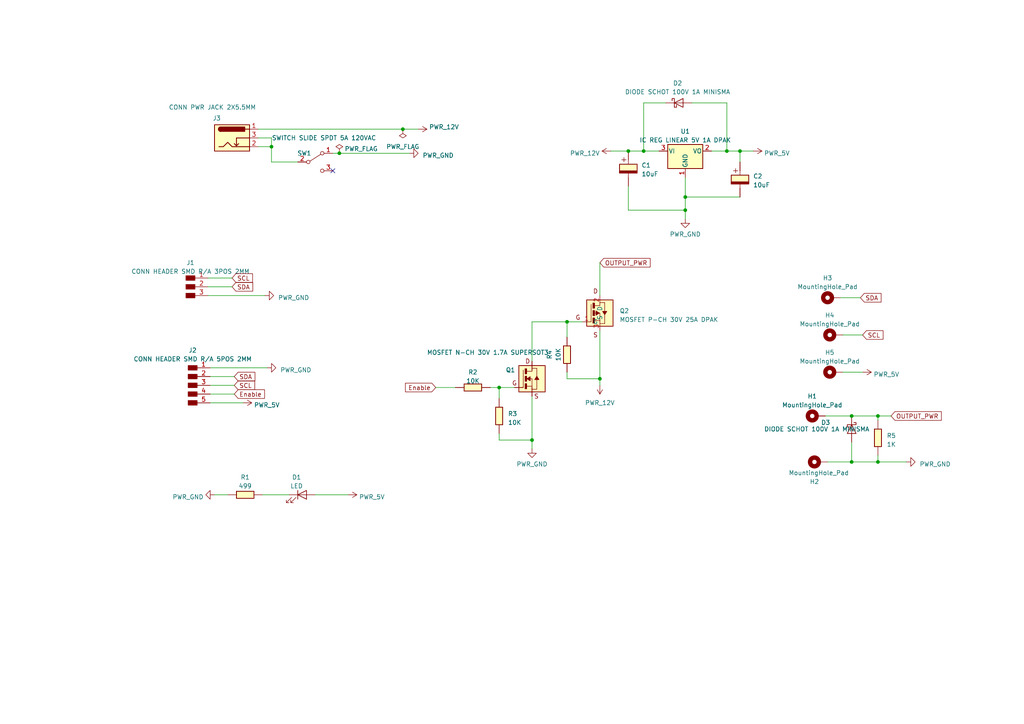
<source format=kicad_sch>
(kicad_sch (version 20230121) (generator eeschema)
  (paper "A4")
  (lib_symbols
    (symbol "Mechanical:MountingHole_Pad" (pin_numbers hide) (pin_names (offset 1.016) hide)
      (property "Reference" "H" (at 0 6.35 0))
      (property "Value" "MountingHole_Pad" (at 0 4.445 0))
      (symbol "MountingHole_Pad_0_1"
        (circle (center 0 1.27) (radius 1.27) (stroke (width 1.27)))
      )
      (symbol "MountingHole_Pad_1_1"
        (pin input line (at 0 -2.54 90) (length 2.54) (name "1") (number "1"))
      )
    )
    (symbol "Regulator_Linear:NCP1117-5.0_TO252" (pin_names (offset 0.254))
      (property "Reference" "U" (at -3.81 3.175 0))
      (property "Value" "NCP1117-5.0_TO252" (at 0 3.175 0))
      (symbol "NCP1117-5.0_TO252_0_1"
        (rectangle (start -5.08 1.905) (end 5.08 -5.08) (stroke (width 0.254)) (fill (type background)))
      )
      (symbol "NCP1117-5.0_TO252_1_1"
        (pin power_in line (at 0 -7.62 90) (length 2.54) (name "GND") (number "1"))
        (pin power_out line (at 7.62 0 180) (length 2.54) (name "VO") (number "2"))
        (pin power_in line (at -7.62 0 0) (length 2.54) (name "VI") (number "3"))
      )
    )
    (symbol "Transistor_FET:NTD25P03L"
      (property "Reference" "Q" (at -3.81 6.35 0))
      (property "Value" "MOSFET P-CH 30V 25A DPAK" (at 0 0 0))
      (symbol "NTD25P03L_0_0"
        (rectangle (start -3.81 3.81) (end 3.81 -3.81) (stroke (width 0.254)) (fill (type background)))
        (text "D" (at -1.27 6.35 0) (effects (font (size 1.27 1.27))))
        (text "G" (at -6.35 -1.27 0) (effects (font (size 1.27 1.27))))
        (text "S" (at -1.27 -6.35 0) (effects (font (size 1.27 1.27))))
      )
      (symbol "NTD25P03L_1_0"
        (polyline (pts (xy -2.54 -2.54) (xy -2.54 2.54)))
        (polyline (pts (xy -1.651 0) (xy 0 0)))
        (polyline (pts (xy -1.524 -2.159) (xy 0 -2.159)))
        (polyline (pts (xy -1.524 2.159) (xy 0 2.159)))
        (polyline (pts (xy 0 -2.159) (xy 0 -2.54)))
        (polyline (pts (xy 0 0) (xy 0 -2.159)))
        (polyline (pts (xy 0 2.159) (xy 0 2.54)))
        (polyline (pts (xy 0 3.048) (xy 1.397 3.048)))
        (polyline (pts (xy 1.397 -3.048) (xy 0 -3.048)))
        (polyline (pts (xy 1.397 -0.508) (xy 1.397 -3.048)))
        (polyline (pts (xy 1.397 3.048) (xy 1.397 0.381)))
      )
      (symbol "NTD25P03L_1_1"
        (rectangle (start -2.032 -2.921) (end -1.524 -1.397) (fill (type outline)))
        (rectangle (start -2.032 -0.762) (end -1.524 0.762) (fill (type outline)))
        (rectangle (start -2.032 1.397) (end -1.524 2.921) (fill (type outline)))
        (polyline (pts (xy -0.127 0) (xy -1.143 -0.635) (xy -1.143 -0.635) (xy -1.143 0.635) (xy -1.143 0.635) (xy -0.127 0)) (fill (type outline)))
        (polyline (pts (xy 1.397 -0.508) (xy 0.762 0.508) (xy 0.762 0.508) (xy 2.032 0.508) (xy 2.032 0.508) (xy 1.397 -0.508)) (fill (type outline)))
        (pin passive line (at -5.08 -2.54 0) (length 2.54) (name "G") (number "1"))
        (pin passive line (at 0 5.08 270) (length 2.54) (name "D") (number "2"))
        (pin passive line (at 0 -5.08 90) (length 2.54) (name "S") (number "3"))
      )
    )
    (symbol "fab:CP_Elec_D6.3mm_H6.1mm" (pin_numbers hide)
      (property "Reference" "C" (at 1.27 2.54 0))
      (property "Value" "CP_Elec_D6.3mm_H6.1mm" (at 1.27 -2.54 0))
      (symbol "CP_Elec_D6.3mm_H6.1mm_0_1"
        (rectangle (start -2.54 -0.635) (end 2.54 -1.27) (fill (type outline)))
        (polyline (pts (xy -1.27 1.905) (xy -1.27 3.175)))
        (polyline (pts (xy -0.635 2.54) (xy -1.905 2.54)))
        (polyline (pts (xy 0 -1.27) (xy 0 -2.54)))
        (polyline (pts (xy 0 2.54) (xy 0 1.27)))
        (polyline (pts (xy -2.54 -1.27) (xy -2.54 1.27) (xy 2.54 1.27) (xy 2.54 -1.27) (xy -2.54 -1.27)) (stroke (width 0.254)) (fill (type background)))
      )
      (symbol "CP_Elec_D6.3mm_H6.1mm_1_1"
        (pin passive line (at 0 5.08 270) (length 2.54) (name "~") (number "1"))
        (pin passive line (at 0 -5.08 90) (length 2.54) (name "~") (number "2"))
      )
    )
    (symbol "fab:Conn_PWRJack_2x5.5mm_CUIDevices_PJ-002AH-SMT-TR" (pin_names hide)
      (property "Reference" "J" (at 0 5.334 0))
      (property "Value" "Conn_PWRJack_2x5.5mm_CUIDevices_PJ-002AH-SMT-TR" (at 0 -5.08 0))
      (symbol "Conn_PWRJack_2x5.5mm_CUIDevices_PJ-002AH-SMT-TR_0_1"
        (rectangle (start -5.08 3.81) (end 5.08 -3.81) (stroke (width 0.254)) (fill (type background)))
        (arc (start -3.302 3.175) (mid -3.9343 2.54) (end -3.302 1.905) (stroke (width 0.254)))
        (arc (start -3.302 3.175) (mid -3.9343 2.54) (end -3.302 1.905) (stroke (width 0.254)) (fill (type outline)))
        (polyline (pts (xy 1.27 -2.286) (xy 1.905 -1.651)) (stroke (width 0.254)))
        (polyline (pts (xy 5.08 2.54) (xy 3.81 2.54)) (stroke (width 0.254)))
        (polyline (pts (xy 5.08 0) (xy 1.27 0) (xy 1.27 -2.286) (xy 0.635 -1.651)) (stroke (width 0.254)))
        (polyline (pts (xy -3.81 -2.54) (xy -2.54 -2.54) (xy -1.27 -1.27) (xy 0 -2.54) (xy 2.54 -2.54) (xy 5.08 -2.54)) (stroke (width 0.254)))
        (rectangle (start 3.683 3.175) (end -3.302 1.905) (stroke (width 0.254)) (fill (type outline)))
      )
      (symbol "Conn_PWRJack_2x5.5mm_CUIDevices_PJ-002AH-SMT-TR_1_1"
        (pin passive line (at 7.62 2.54 180) (length 2.54) (name "~") (number "1"))
        (pin passive line (at 7.62 -2.54 180) (length 2.54) (name "~") (number "2"))
        (pin passive line (at 7.62 0 180) (length 2.54) (name "~") (number "3"))
      )
    )
    (symbol "fab:Conn_PinHeader_1x03_P2.54mm_Vertical_THT_D1.4mm" (pin_names hide)
      (property "Reference" "J" (at 0 5.08 0))
      (property "Value" "Conn_PinHeader_1x03_P2.54mm_Vertical_THT_D1.4mm" (at 0 -5.08 0))
      (symbol "Conn_PinHeader_1x03_P2.54mm_Vertical_THT_D1.4mm_1_1"
        (rectangle (start -1.27 -1.905) (end 1.27 -3.175) (stroke (width 0.254)) (fill (type outline)))
        (rectangle (start -1.27 0.635) (end 1.27 -0.635) (stroke (width 0.254)) (fill (type outline)))
        (rectangle (start -1.27 3.175) (end 1.27 1.905) (stroke (width 0.254)) (fill (type outline)))
        (pin passive line (at 5.08 2.54 180) (length 3.81) (name "Pin_1") (number "1"))
        (pin passive line (at 5.08 0 180) (length 3.81) (name "Pin_2") (number "2"))
        (pin passive line (at 5.08 -2.54 180) (length 3.81) (name "Pin_3") (number "3"))
      )
    )
    (symbol "fab:Conn_PinHeader_1x05_P2.54mm_Horizontal_SMD" (pin_names hide)
      (property "Reference" "J" (at 0 7.62 0))
      (property "Value" "Conn_PinHeader_1x05_P2.54mm_Horizontal_SMD" (at 0 -7.62 0))
      (symbol "Conn_PinHeader_1x05_P2.54mm_Horizontal_SMD_1_1"
        (rectangle (start -1.27 -4.445) (end 1.27 -5.715) (stroke (width 0.254)) (fill (type outline)))
        (rectangle (start -1.27 -1.905) (end 1.27 -3.175) (stroke (width 0.254)) (fill (type outline)))
        (rectangle (start -1.27 0.635) (end 1.27 -0.635) (stroke (width 0.254)) (fill (type outline)))
        (rectangle (start -1.27 3.175) (end 1.27 1.905) (stroke (width 0.254)) (fill (type outline)))
        (rectangle (start -1.27 5.715) (end 1.27 4.445) (stroke (width 0.254)) (fill (type outline)))
        (pin passive line (at 5.08 5.08 180) (length 3.81) (name "Pin_1") (number "1"))
        (pin passive line (at 5.08 2.54 180) (length 3.81) (name "Pin_2") (number "2"))
        (pin passive line (at 5.08 0 180) (length 3.81) (name "Pin_3") (number "3"))
        (pin passive line (at 5.08 -2.54 180) (length 3.81) (name "Pin_4") (number "4"))
        (pin passive line (at 5.08 -5.08 180) (length 3.81) (name "Pin_5") (number "5"))
      )
    )
    (symbol "fab:Diode_Schottky_MiniSMA" (pin_numbers hide) (pin_names (offset 1.016) hide)
      (property "Reference" "D" (at 0 2.54 0))
      (property "Value" "Diode_Schottky_MiniSMA" (at 0 -2.54 0))
      (symbol "Diode_Schottky_MiniSMA_0_1"
        (polyline (pts (xy 1.27 0) (xy -1.27 0)))
        (polyline (pts (xy 1.27 1.27) (xy 1.27 -1.27) (xy -1.27 0) (xy 1.27 1.27)) (stroke (width 0.2032)))
        (polyline (pts (xy -1.905 0.635) (xy -1.905 1.27) (xy -1.27 1.27) (xy -1.27 -1.27) (xy -0.635 -1.27) (xy -0.635 -0.635)) (stroke (width 0.2032)))
      )
      (symbol "Diode_Schottky_MiniSMA_1_1"
        (pin passive line (at -3.81 0 0) (length 2.54) (name "K") (number "1"))
        (pin passive line (at 3.81 0 180) (length 2.54) (name "A") (number "2"))
      )
    )
    (symbol "fab:LED_1206" (pin_numbers hide) (pin_names (offset 1.016) hide)
      (property "Reference" "D" (at 0 2.54 0))
      (property "Value" "LED_1206" (at 0 -2.54 0))
      (symbol "LED_1206_0_1"
        (polyline (pts (xy -1.27 -1.27) (xy -1.27 1.27)) (stroke (width 0.2032)))
        (polyline (pts (xy -1.27 0) (xy 1.27 0)))
        (polyline (pts (xy 1.27 -1.27) (xy 1.27 1.27) (xy -1.27 0) (xy 1.27 -1.27)) (stroke (width 0.2032)))
        (polyline (pts (xy -3.048 -0.762) (xy -4.572 -2.286) (xy -3.81 -2.286) (xy -4.572 -2.286) (xy -4.572 -1.524)))
        (polyline (pts (xy -1.778 -0.762) (xy -3.302 -2.286) (xy -2.54 -2.286) (xy -3.302 -2.286) (xy -3.302 -1.524)))
      )
      (symbol "LED_1206_1_1"
        (pin passive line (at -3.81 0 0) (length 2.54) (name "K") (number "1"))
        (pin passive line (at 3.81 0 180) (length 2.54) (name "A") (number "2"))
      )
    )
    (symbol "fab:PWR_12V" (power) (pin_names (offset 0))
      (property "Value" "PWR_12V" (at 0 3.556 0))
      (symbol "PWR_12V_0_1"
        (polyline (pts (xy -0.762 1.27) (xy 0 2.54)))
        (polyline (pts (xy 0 0) (xy 0 2.54)))
        (polyline (pts (xy 0 2.54) (xy 0.762 1.27)))
      )
      (symbol "PWR_12V_1_1"
        (pin power_in line (at 0 0 90) (length 0) hide (name "PWR_12V") (number "1"))
      )
    )
    (symbol "fab:PWR_5V" (power) (pin_names (offset 0))
      (property "Value" "PWR_5V" (at 0 3.556 0))
      (symbol "PWR_5V_0_1"
        (polyline (pts (xy -0.762 1.27) (xy 0 2.54)))
        (polyline (pts (xy 0 0) (xy 0 2.54)))
        (polyline (pts (xy 0 2.54) (xy 0.762 1.27)))
      )
      (symbol "PWR_5V_1_1"
        (pin power_in line (at 0 0 90) (length 0) hide (name "PWR_5V") (number "1"))
      )
    )
    (symbol "fab:PWR_FLAG" (power) (pin_numbers hide) (pin_names (offset 0) hide)
      (property "Value" "PWR_FLAG" (at 0 3.81 0))
      (symbol "PWR_FLAG_0_0"
        (pin power_out line (at 0 0 90) (length 0) (name "PWR_FLAG") (number "1"))
      )
      (symbol "PWR_FLAG_0_1"
        (polyline (pts (xy 0 0) (xy 0 1.27) (xy -1.016 1.905) (xy 0 2.54) (xy 1.016 1.905) (xy 0 1.27)))
      )
    )
    (symbol "fab:PWR_GND" (power) (pin_names (offset 0))
      (property "Value" "PWR_GND" (at 0 -3.81 0))
      (symbol "PWR_GND_0_1"
        (polyline (pts (xy 0 0) (xy 0 -1.27) (xy 1.27 -1.27) (xy 0 -2.54) (xy -1.27 -1.27) (xy 0 -1.27)))
      )
      (symbol "PWR_GND_1_1"
        (pin power_in line (at 0 0 270) (length 0) hide (name "PWR_GND") (number "1"))
      )
    )
    (symbol "fab:R_1206" (pin_numbers hide) (pin_names (offset 0))
      (property "Reference" "R" (at 2.54 0 90))
      (property "Value" "R_1206" (at -2.54 0 90))
      (symbol "R_1206_0_1"
        (rectangle (start -1.016 -2.54) (end 1.016 2.54) (stroke (width 0.254)) (fill (type background)))
      )
      (symbol "R_1206_1_1"
        (pin passive line (at 0 5.08 270) (length 2.54) (name "~") (number "1"))
        (pin passive line (at 0 -5.08 90) (length 2.54) (name "~") (number "2"))
      )
    )
    (symbol "fab:Switch_Slide_RightAngle_C&K" (pin_names (offset 0) hide)
      (property "Reference" "SW" (at 0 4.318 0))
      (property "Value" "Switch_Slide_RightAngle_C&K" (at 0 -5.08 0))
      (symbol "Switch_Slide_RightAngle_C&K_0_0"
        (circle (center -2.032 0) (radius 0.508))
        (circle (center 2.032 -2.54) (radius 0.508))
      )
      (symbol "Switch_Slide_RightAngle_C&K_0_1"
        (polyline (pts (xy -1.524 0.254) (xy 1.651 2.286)))
        (circle (center 2.032 2.54) (radius 0.508))
      )
      (symbol "Switch_Slide_RightAngle_C&K_1_1"
        (pin passive line (at 5.08 2.54 180) (length 2.54) (name "A") (number "1"))
        (pin passive line (at -5.08 0 0) (length 2.54) (name "B") (number "2"))
        (pin passive line (at 5.08 -2.54 180) (length 2.54) (name "C") (number "3"))
      )
    )
    (symbol "fab:Transistor_MOSFET_NCh_SOT23" (pin_numbers hide) (pin_names (offset 1.016) hide)
      (property "Reference" "Q" (at 1.27 7.62 0))
      (property "Value" "Transistor_MOSFET_NCh_SOT23" (at 1.27 5.08 0))
      (symbol "Transistor_MOSFET_NCh_SOT23_0_1"
        (rectangle (start -3.81 3.81) (end 3.81 -3.81) (stroke (width 0.254)) (fill (type background)))
      )
      (symbol "Transistor_MOSFET_NCh_SOT23_1_0"
        (polyline (pts (xy -2.54 -2.54) (xy -2.54 2.54)))
        (polyline (pts (xy -1.524 -2.159) (xy 0 -2.159)))
        (polyline (pts (xy -1.524 2.159) (xy 0 2.159)))
        (polyline (pts (xy -0.508 0) (xy 0 0)))
        (polyline (pts (xy 0 -2.159) (xy 0 -2.54)))
        (polyline (pts (xy 0 0) (xy 0 -2.159)))
        (polyline (pts (xy 0 2.159) (xy 0 2.54)))
        (polyline (pts (xy 0 3.048) (xy 1.397 3.048)))
        (polyline (pts (xy 1.397 -3.048) (xy 0 -3.048)))
        (polyline (pts (xy 1.397 -0.254) (xy 1.397 -3.048)))
        (polyline (pts (xy 1.397 3.048) (xy 1.397 0.762)))
        (text "D" (at -1.27 5.08 0) (effects (font (size 1.27 1.27))))
        (text "G" (at -5.08 -1.27 0) (effects (font (size 1.27 1.27))))
        (text "S" (at 1.27 -5.08 0) (effects (font (size 1.27 1.27))))
      )
      (symbol "Transistor_MOSFET_NCh_SOT23_1_1"
        (rectangle (start -2.032 -2.921) (end -1.524 -1.397) (fill (type outline)))
        (rectangle (start -2.032 -0.762) (end -1.524 0.762) (fill (type outline)))
        (rectangle (start -2.032 1.397) (end -1.524 2.921) (fill (type outline)))
        (polyline (pts (xy -1.524 0) (xy -0.508 0.635) (xy -0.508 0.635) (xy -0.508 -0.635) (xy -0.508 -0.635) (xy -1.524 0)) (fill (type outline)))
        (polyline (pts (xy 1.397 0.762) (xy 2.032 -0.254) (xy 2.032 -0.254) (xy 0.762 -0.254) (xy 0.762 -0.254) (xy 1.397 0.762)) (fill (type outline)))
        (pin passive line (at -5.08 -2.54 0) (length 2.54) (name "G") (number "1"))
        (pin passive line (at 0 -5.08 90) (length 2.54) (name "S") (number "2"))
        (pin passive line (at 0 5.08 270) (length 2.54) (name "D") (number "3"))
      )
    )
  )
  (junction (at 247.015 120.65))
  (junction (at 144.78 112.395))
  (junction (at 98.425 44.45))
  (junction (at 173.99 109.855))
  (junction (at 254.635 133.985))
  (junction (at 154.305 127.635))
  (junction (at 247.015 133.985))
  (junction (at 214.63 43.815))
  (junction (at 116.84 37.465))
  (junction (at 210.82 43.815))
  (junction (at 198.755 60.96))
  (junction (at 182.245 43.815))
  (junction (at 198.755 57.15))
  (junction (at 186.69 43.815))
  (junction (at 164.465 93.345))
  (junction (at 254.635 120.65))
  (junction (at 78.74 42.545))
  (no_connect (at 96.52 49.53))
  (wire (pts (xy 243.84 86.36) (xy 249.555 86.36)))
  (wire (pts (xy 193.04 29.845) (xy 186.69 29.845)))
  (wire (pts (xy 173.99 76.2) (xy 173.99 85.725)))
  (wire (pts (xy 78.74 40.005) (xy 78.74 42.545)))
  (wire (pts (xy 254.635 120.65) (xy 254.635 121.92)))
  (wire (pts (xy 182.245 43.815) (xy 186.69 43.815)))
  (wire (pts (xy 96.52 44.45) (xy 98.425 44.45)))
  (wire (pts (xy 98.425 44.45) (xy 118.745 44.45)))
  (wire (pts (xy 74.93 42.545) (xy 78.74 42.545)))
  (wire (pts (xy 198.755 60.96) (xy 198.755 63.5)))
  (wire (pts (xy 78.74 46.99) (xy 78.74 42.545)))
  (wire (pts (xy 214.63 43.815) (xy 218.44 43.815)))
  (wire (pts (xy 62.23 143.51) (xy 66.04 143.51)))
  (wire (pts (xy 74.93 37.465) (xy 116.84 37.465)))
  (wire (pts (xy 164.465 93.345) (xy 168.91 93.345)))
  (wire (pts (xy 60.96 106.68) (xy 77.47 106.68)))
  (wire (pts (xy 142.24 112.395) (xy 144.78 112.395)))
  (wire (pts (xy 144.78 127.635) (xy 154.305 127.635)))
  (wire (pts (xy 210.82 29.845) (xy 210.82 43.815)))
  (wire (pts (xy 240.03 133.985) (xy 247.015 133.985)))
  (wire (pts (xy 247.015 120.65) (xy 254.635 120.65)))
  (wire (pts (xy 144.78 112.395) (xy 144.78 115.57)))
  (wire (pts (xy 210.82 43.815) (xy 214.63 43.815)))
  (wire (pts (xy 173.99 111.76) (xy 173.99 109.855)))
  (wire (pts (xy 154.305 93.345) (xy 164.465 93.345)))
  (wire (pts (xy 247.015 128.27) (xy 247.015 133.985)))
  (wire (pts (xy 126.365 112.395) (xy 132.08 112.395)))
  (wire (pts (xy 164.465 93.345) (xy 164.465 97.79)))
  (wire (pts (xy 164.465 109.855) (xy 173.99 109.855)))
  (wire (pts (xy 182.245 60.96) (xy 198.755 60.96)))
  (wire (pts (xy 154.305 127.635) (xy 154.305 130.175)))
  (wire (pts (xy 144.78 125.73) (xy 144.78 127.635)))
  (wire (pts (xy 254.635 132.08) (xy 254.635 133.985)))
  (wire (pts (xy 200.66 29.845) (xy 210.82 29.845)))
  (wire (pts (xy 239.395 120.65) (xy 247.015 120.65)))
  (wire (pts (xy 186.69 29.845) (xy 186.69 43.815)))
  (wire (pts (xy 198.755 57.15) (xy 198.755 60.96)))
  (wire (pts (xy 214.63 43.815) (xy 214.63 46.99)))
  (wire (pts (xy 177.165 43.815) (xy 182.245 43.815)))
  (wire (pts (xy 116.84 37.465) (xy 121.285 37.465)))
  (wire (pts (xy 60.325 83.185) (xy 67.31 83.185)))
  (wire (pts (xy 186.69 43.815) (xy 191.135 43.815)))
  (wire (pts (xy 144.78 112.395) (xy 149.225 112.395)))
  (wire (pts (xy 60.96 111.76) (xy 67.945 111.76)))
  (wire (pts (xy 198.755 57.15) (xy 214.63 57.15)))
  (wire (pts (xy 164.465 107.95) (xy 164.465 109.855)))
  (wire (pts (xy 91.44 143.51) (xy 100.965 143.51)))
  (wire (pts (xy 173.99 109.855) (xy 173.99 95.885)))
  (wire (pts (xy 206.375 43.815) (xy 210.82 43.815)))
  (wire (pts (xy 154.305 104.775) (xy 154.305 93.345)))
  (wire (pts (xy 244.475 97.155) (xy 250.19 97.155)))
  (wire (pts (xy 60.96 116.84) (xy 70.485 116.84)))
  (wire (pts (xy 244.475 107.95) (xy 250.19 107.95)))
  (wire (pts (xy 254.635 133.985) (xy 262.89 133.985)))
  (wire (pts (xy 74.93 40.005) (xy 78.74 40.005)))
  (wire (pts (xy 198.755 51.435) (xy 198.755 57.15)))
  (wire (pts (xy 60.96 114.3) (xy 67.945 114.3)))
  (wire (pts (xy 60.325 80.645) (xy 67.31 80.645)))
  (wire (pts (xy 182.245 53.975) (xy 182.245 60.96)))
  (wire (pts (xy 76.2 143.51) (xy 83.82 143.51)))
  (wire (pts (xy 60.96 109.22) (xy 67.945 109.22)))
  (wire (pts (xy 247.015 133.985) (xy 254.635 133.985)))
  (wire (pts (xy 60.325 85.725) (xy 76.835 85.725)))
  (wire (pts (xy 154.305 114.935) (xy 154.305 127.635)))
  (wire (pts (xy 254.635 120.65) (xy 258.445 120.65)))
  (wire (pts (xy 86.36 46.99) (xy 78.74 46.99)))
  (global_label "SCL" (shape input) (at 250.19 97.155 0) (property "Intersheetrefs" "${INTERSHEET_REFS}" (effects hide)))
  (global_label "SCL" (shape input) (at 67.31 80.645 0) (property "Intersheetrefs" "${INTERSHEET_REFS}" (effects hide)))
  (global_label "SCL" (shape input) (at 67.945 111.76 0) (property "Intersheetrefs" "${INTERSHEET_REFS}" (effects hide)))
  (global_label "OUTPUT_PWR" (shape input) (at 258.445 120.65 0) (property "Intersheetrefs" "${INTERSHEET_REFS}" (effects hide)))
  (global_label "SDA" (shape input) (at 67.31 83.185 0) (property "Intersheetrefs" "${INTERSHEET_REFS}" (effects hide)))
  (global_label "SDA" (shape input) (at 249.555 86.36 0) (property "Intersheetrefs" "${INTERSHEET_REFS}" (effects hide)))
  (global_label "SDA" (shape input) (at 67.945 109.22 0) (property "Intersheetrefs" "${INTERSHEET_REFS}" (effects hide)))
  (global_label "Enable" (shape input) (at 126.365 112.395 180) (property "Intersheetrefs" "${INTERSHEET_REFS}" (effects hide)))
  (global_label "OUTPUT_PWR" (shape input) (at 173.99 76.2 0) (property "Intersheetrefs" "${INTERSHEET_REFS}" (effects hide)))
  (global_label "Enable" (shape input) (at 67.945 114.3 0) (property "Intersheetrefs" "${INTERSHEET_REFS}" (effects hide)))
  (symbol (lib_id "fab:PWR_12V") (at 173.99 111.76 180) (unit 1)
    (property "Reference" "#PWR09" (effects hide))
    (property "Value" "PWR_12V" (at 173.99 116.84 0))
  )
  (symbol (lib_id "fab:PWR_5V") (at 100.965 143.51 270) (unit 1)
    (property "Reference" "#PWR05" (effects hide))
    (property "Value" "PWR_5V" (at 104.14 144.145 90) (effects (justify left)))
  )
  (symbol (lib_id "fab:LED_1206") (at 87.63 143.51 0) (unit 1)
    (property "Reference" "D1" (at 86.0298 138.43 0))
    (property "Value" "LED" (at 86.0298 140.97 0))
    (property "Footprint" "LED_SMD:LED_0805_2012Metric_Pad1.15x1.40mm_HandSolder" (effects hide))
    (property "Datasheet" "https://mm.digikey.com/Volume0/opasdata/d220001/medias/docus/1134/LTST-C171GKT.pdf" (effects hide))
    (property "Mpn" "LTST-C171GKT" (effects hide))
  )
  (symbol (lib_id "fab:PWR_GND") (at 62.23 143.51 270) (unit 1)
    (property "Reference" "#PWR01" (effects hide))
    (property "Value" "PWR_GND" (at 59.055 144.145 90) (effects (justify right)))
  )
  (symbol (lib_id "fab:PWR_12V") (at 121.285 37.465 270) (unit 1)
    (property "Reference" "#PWR07" (effects hide))
    (property "Value" "PWR_12V" (at 124.46 36.83 90) (effects (justify left)))
  )
  (symbol (lib_id "fab:R_1206") (at 137.16 112.395 90) (unit 1)
    (property "Reference" "R2" (at 137.16 107.95 90))
    (property "Value" "10K" (at 137.16 110.49 90))
    (property "Footprint" "Resistor_SMD:R_0805_2012Metric_Pad1.20x1.40mm_HandSolder" (effects hide))
    (property "Datasheet" "https://www.koaspeer.com/pdfs/RK73H.pdf" (effects hide))
    (property "Mpn" "RK73H2ATTD1002F" (effects hide))
  )
  (symbol (lib_id "fab:Diode_Schottky_MiniSMA") (at 196.85 29.845 0) (unit 1)
    (property "Reference" "D2" (at 196.5325 24.13 0))
    (property "Value" "DIODE SCHOT 100V 1A MINISMA" (at 196.5325 26.67 0))
    (property "Footprint" "fab:SOD-123T" (effects hide))
    (property "Datasheet" "https://www.comchiptech.com/admin/files/product/CDBM140-HF%20Thru%20CDBM1200-HF%20RevC.pdf" (effects hide))
    (property "Mpn" "CDBM1100-G" (effects hide))
  )
  (symbol (lib_id "fab:PWR_FLAG") (at 116.84 37.465 180) (unit 1)
    (property "Reference" "#FLG02" (effects hide))
    (property "Value" "PWR_FLAG" (at 116.84 42.545 0))
  )
  (symbol (lib_id "fab:CP_Elec_D6.3mm_H6.1mm") (at 214.63 52.07 0) (unit 1)
    (property "Reference" "C2" (at 218.44 51.1175 0) (effects (justify left)))
    (property "Value" "10uF" (at 218.44 53.6575 0) (effects (justify left)))
    (property "Footprint" "Capacitor_SMD:CP_Elec_5x5.4" (effects hide))
    (property "Datasheet" "https://www.we-online.com/components/products/datasheet/865080642006.pdf" (effects hide))
    (property "Mpn" "865080642006" (effects hide))
  )
  (symbol (lib_id "fab:R_1206") (at 71.12 143.51 90) (unit 1)
    (property "Reference" "R1" (at 71.12 138.43 90))
    (property "Value" "499" (at 71.12 140.97 90))
    (property "Footprint" "Resistor_SMD:R_0805_2012Metric_Pad1.20x1.40mm_HandSolder" (effects hide))
    (property "Datasheet" "https://www.koaspeer.com/pdfs/RK73H.pdf" (effects hide))
    (property "Mpn" "RK73H2ATTD4990F" (effects hide))
  )
  (symbol (lib_id "fab:PWR_5V") (at 218.44 43.815 270) (unit 1)
    (property "Reference" "#PWR012" (effects hide))
    (property "Value" "PWR_5V" (at 221.615 44.45 90) (effects (justify left)))
  )
  (symbol (lib_id "fab:PWR_GND") (at 154.305 130.175 0) (unit 1)
    (property "Reference" "#PWR08" (effects hide))
    (property "Value" "PWR_GND" (at 154.305 134.62 0))
  )
  (symbol (lib_id "fab:Conn_PWRJack_2x5.5mm_CUIDevices_PJ-002AH-SMT-TR") (at 67.31 40.005 0) (unit 1)
    (property "Reference" "J3" (at 62.865 34.29 0))
    (property "Value" "CONN PWR JACK 2X5.5MM" (at 61.595 31.115 0))
    (property "Footprint" "fab:CUIDevices_PJ-002AH-SMT-TR_PWRJack_2x5.5mm" (effects hide))
    (property "Datasheet" "https://www.cuidevices.com/product/resource/pj-002ah-smt-tr.pdf" (effects hide))
    (property "Mpn" "PJ-002AH-SMT-TR" (effects hide))
  )
  (symbol (lib_id "Mechanical:MountingHole_Pad") (at 236.855 120.65 90) (unit 1)
    (property "Reference" "H1" (at 235.585 114.935 90))
    (property "Value" "MountingHole_Pad" (at 235.585 117.475 90))
    (property "Footprint" "MountingHole:MountingHole_2.5mm_Pad" (effects hide))
  )
  (symbol (lib_id "fab:R_1206") (at 144.78 120.65 180) (unit 1)
    (property "Reference" "R3" (at 147.32 120.015 0) (effects (justify right)))
    (property "Value" "10K" (at 147.32 122.555 0) (effects (justify right)))
    (property "Footprint" "Resistor_SMD:R_0805_2012Metric_Pad1.20x1.40mm_HandSolder" (effects hide))
    (property "Datasheet" "https://www.koaspeer.com/pdfs/RK73H.pdf" (effects hide))
    (property "Mpn" "RK73H2ATTD1002F" (effects hide))
  )
  (symbol (lib_id "fab:PWR_GND") (at 76.835 85.725 90) (unit 1)
    (property "Reference" "#PWR03" (effects hide))
    (property "Value" "PWR_GND" (at 80.645 86.36 90) (effects (justify right)))
  )
  (symbol (lib_id "fab:Transistor_MOSFET_NCh_SOT23") (at 154.305 109.855 0) (unit 1)
    (property "Reference" "Q1" (at 146.685 107.315 0) (effects (justify left)))
    (property "Value" "MOSFET N-CH 30V 1.7A SUPERSOT3" (at 123.825 102.235 0) (effects (justify left)))
    (property "Footprint" "fab:SOT-23-3" (effects hide))
    (property "Datasheet" "https://rocelec.widen.net/view/pdf/fihpylmww4/FAIRS27043-1.pdf?t.download=true&u=5oefqw" (effects hide))
    (property "Mpn" "NDS355AN" (effects hide))
  )
  (symbol (lib_id "fab:PWR_GND") (at 198.755 63.5 0) (unit 1)
    (property "Reference" "#PWR011" (effects hide))
    (property "Value" "PWR_GND" (at 198.755 67.945 0))
  )
  (symbol (lib_id "Mechanical:MountingHole_Pad") (at 241.935 107.95 90) (unit 1)
    (property "Reference" "H5" (at 240.665 102.235 90))
    (property "Value" "MountingHole_Pad" (at 240.665 104.775 90))
    (property "Footprint" "MountingHole:MountingHole_2.5mm_Pad" (effects hide))
  )
  (symbol (lib_id "Mechanical:MountingHole_Pad") (at 241.3 86.36 90) (unit 1)
    (property "Reference" "H3" (at 240.03 80.645 90))
    (property "Value" "MountingHole_Pad" (at 240.03 83.185 90))
    (property "Footprint" "MountingHole:MountingHole_2.5mm_Pad" (effects hide))
  )
  (symbol (lib_id "fab:PWR_GND") (at 262.89 133.985 90) (unit 1)
    (property "Reference" "#PWR014" (effects hide))
    (property "Value" "PWR_GND" (at 266.7 134.62 90) (effects (justify right)))
  )
  (symbol (lib_id "Mechanical:MountingHole_Pad") (at 237.49 133.985 90) (unit 1)
    (property "Reference" "H2" (at 236.22 139.7 90))
    (property "Value" "MountingHole_Pad" (at 237.49 137.16 90))
    (property "Footprint" "MountingHole:MountingHole_2.5mm_Pad" (effects hide))
  )
  (symbol (lib_id "fab:PWR_5V") (at 250.19 107.95 270) (unit 1)
    (property "Reference" "#PWR013" (effects hide))
    (property "Value" "PWR_5V" (at 253.365 108.585 90) (effects (justify left)))
  )
  (symbol (lib_id "fab:PWR_5V") (at 70.485 116.84 270) (unit 1)
    (property "Reference" "#PWR02" (effects hide))
    (property "Value" "PWR_5V" (at 73.66 117.475 90) (effects (justify left)))
  )
  (symbol (lib_id "fab:PWR_FLAG") (at 98.425 44.45 0) (unit 1)
    (property "Reference" "#FLG01" (effects hide))
    (property "Value" "PWR_FLAG" (at 104.775 43.18 0))
  )
  (symbol (lib_id "fab:Conn_PinHeader_1x03_P2.54mm_Vertical_THT_D1.4mm") (at 55.245 83.185 0) (unit 1)
    (property "Reference" "J1" (at 55.245 76.2 0))
    (property "Value" "CONN HEADER SMD R/A 3POS 2MM" (at 55.245 78.74 0))
    (property "Footprint" "Connector_JST:JST_PH_S3B-PH-SM4-TB_1x03-1MP_P2.00mm_Horizontal" (effects hide))
    (property "Datasheet" "https://www.digikey.fi/en/products/detail/jst-sales-america-inc/S3B-PH-SM4-TB/926656" (effects hide))
    (property "Mpn" "S3B-PH-SM4-TB" (effects hide))
  )
  (symbol (lib_id "fab:Switch_Slide_RightAngle_C&K") (at 91.44 46.99 0) (unit 1)
    (property "Reference" "SW1" (at 88.265 44.45 0))
    (property "Value" "SWITCH SLIDE SPDT 5A 120VAC" (at 93.98 40.005 0))
    (property "Footprint" "Button_Switch_THT:SW_SPDTx03_Slide" (effects hide))
    (property "Datasheet" "https://www.citrelay.com/Catalog%20Pages/SwitchCatalog/1000.pdf" (effects hide))
    (property "Mpn" "1103A4CQEA" (effects hide))
  )
  (symbol (lib_id "fab:PWR_GND") (at 118.745 44.45 90) (unit 1)
    (property "Reference" "#PWR06" (effects hide))
    (property "Value" "PWR_GND" (at 122.555 45.085 90) (effects (justify right)))
  )
  (symbol (lib_id "fab:Conn_PinHeader_1x05_P2.54mm_Horizontal_SMD") (at 55.88 111.76 0) (unit 1)
    (property "Reference" "J2" (at 55.88 101.6 0))
    (property "Value" "CONN HEADER SMD R/A 5POS 2MM" (at 55.88 104.14 0))
    (property "Footprint" "Connector_JST:JST_PH_S5B-PH-SM4-TB_1x05-1MP_P2.00mm_Horizontal" (effects hide))
    (property "Datasheet" "https://www.jst-mfg.com/product/pdf/eng/ePH.pdf" (effects hide))
    (property "Mpn" "S5B-PH-SM4-TB" (effects hide))
  )
  (symbol (lib_id "Mechanical:MountingHole_Pad") (at 241.935 97.155 90) (unit 1)
    (property "Reference" "H4" (at 240.665 91.44 90))
    (property "Value" "MountingHole_Pad" (at 240.665 93.98 90))
    (property "Footprint" "MountingHole:MountingHole_2.5mm_Pad" (effects hide))
  )
  (symbol (lib_id "fab:PWR_12V") (at 177.165 43.815 90) (unit 1)
    (property "Reference" "#PWR010" (effects hide))
    (property "Value" "PWR_12V" (at 173.99 44.45 90) (effects (justify left)))
  )
  (symbol (lib_id "fab:PWR_GND") (at 77.47 106.68 90) (unit 1)
    (property "Reference" "#PWR04" (effects hide))
    (property "Value" "PWR_GND" (at 81.28 107.315 90) (effects (justify right)))
  )
  (symbol (lib_id "Regulator_Linear:NCP1117-5.0_TO252") (at 198.755 43.815 0) (unit 1)
    (property "Reference" "U1" (at 198.755 38.1 0))
    (property "Value" "IC REG LINEAR 5V 1A DPAK" (at 198.755 40.64 0))
    (property "Footprint" "Package_TO_SOT_SMD:TO-252-2" (effects hide))
    (property "Datasheet" "http://www.onsemi.com/pub_link/Collateral/NCP1117-D.PDF" (effects hide))
    (property "Mpn" "NCV1117DT50RKG" (effects hide))
  )
  (symbol (lib_id "fab:R_1206") (at 254.635 127 180) (unit 1)
    (property "Reference" "R5" (at 257.175 126.365 0) (effects (justify right)))
    (property "Value" "1K" (at 257.175 128.905 0) (effects (justify right)))
    (property "Footprint" "Resistor_SMD:R_0805_2012Metric_Pad1.20x1.40mm_HandSolder" (effects hide))
    (property "Datasheet" "https://www.vishay.com/docs/20043/crcwhpe3.pdf" (effects hide))
    (property "Mpn" "CRCW08051K00FKEAHP" (effects hide))
  )
  (symbol (lib_id "fab:CP_Elec_D6.3mm_H6.1mm") (at 182.245 48.895 0) (unit 1)
    (property "Reference" "C1" (at 186.055 47.9425 0) (effects (justify left)))
    (property "Value" "10uF" (at 186.055 50.4825 0) (effects (justify left)))
    (property "Footprint" "Capacitor_SMD:CP_Elec_5x5.4" (effects hide))
    (property "Datasheet" "https://www.we-online.com/components/products/datasheet/865080642006.pdf" (effects hide))
    (property "Mpn" "865080642006" (effects hide))
  )
  (symbol (lib_id "fab:Diode_Schottky_MiniSMA") (at 247.015 124.46 270) (unit 1)
    (property "Reference" "D3" (at 238.125 122.555 90) (effects (justify left)))
    (property "Value" "DIODE SCHOT 100V 1A MINISMA" (at 221.615 124.46 90) (effects (justify left)))
    (property "Footprint" "fab:SOD-123T" (effects hide))
    (property "Datasheet" "https://www.comchiptech.com/admin/files/product/CDBM140-HF%20Thru%20CDBM1200-HF%20RevC.pdf" (effects hide))
    (property "Mpn" "CDBM1100-G" (effects hide))
  )
  (symbol (lib_id "Transistor_FET:NTD25P03L") (at 173.99 90.805 0) (unit 1)
    (property "Reference" "Q2" (at 179.705 90.17 0) (effects (justify left)))
    (property "Value" "MOSFET P-CH 30V 25A DPAK" (at 179.705 92.71 0) (effects (justify left)))
    (property "Footprint" "TO229P990X238-3N:TO229P990X238-3N" (effects hide))
    (property "Datasheet" "https://www.onsemi.com/pdf/datasheet/ntd25p03l-d.pdf" (effects hide))
    (property "Mpn" "NTD25P03LT4G" (effects hide))
  )
  (symbol (lib_id "fab:R_1206") (at 164.465 102.87 180) (unit 1)
    (property "Reference" "R4" (at 159.385 102.87 90))
    (property "Value" "10K" (at 161.925 102.87 90))
    (property "Footprint" "Resistor_SMD:R_0805_2012Metric_Pad1.20x1.40mm_HandSolder" (effects hide))
    (property "Datasheet" "https://www.koaspeer.com/pdfs/RK73H.pdf" (effects hide))
    (property "Mpn" "RK73H2ATTD1002F" (effects hide))
  )
)
</source>
